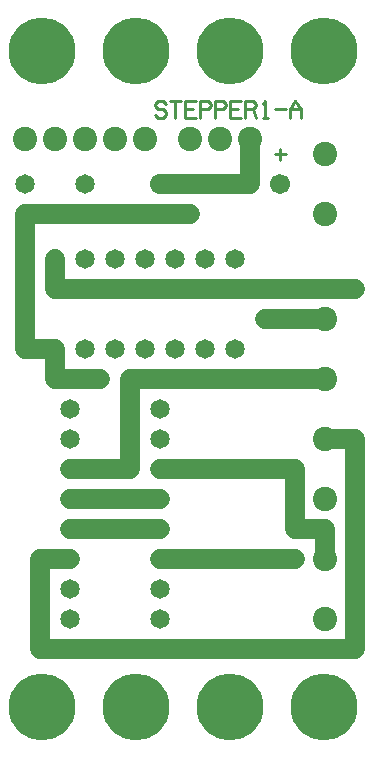
<source format=gtl>
%MOIN*%
%FSLAX25Y25*%
G04 D10 used for Character Trace; *
G04     Circle (OD=.01000) (No hole)*
G04 D11 used for Power Trace; *
G04     Circle (OD=.06700) (No hole)*
G04 D12 used for Signal Trace; *
G04     Circle (OD=.01100) (No hole)*
G04 D13 used for Via; *
G04     Circle (OD=.05800) (Round. Hole ID=.02800)*
G04 D14 used for Component hole; *
G04     Circle (OD=.06500) (Round. Hole ID=.03500)*
G04 D15 used for Component hole; *
G04     Circle (OD=.06700) (Round. Hole ID=.04300)*
G04 D16 used for Component hole; *
G04     Circle (OD=.08100) (Round. Hole ID=.05100)*
G04 D17 used for Component hole; *
G04     Circle (OD=.08900) (Round. Hole ID=.05900)*
G04 D18 used for Component hole; *
G04     Circle (OD=.11300) (Round. Hole ID=.08300)*
G04 D19 used for Component hole; *
G04     Circle (OD=.16000) (Round. Hole ID=.13000)*
G04 D20 used for Component hole; *
G04     Circle (OD=.18300) (Round. Hole ID=.15300)*
G04 D21 used for Component hole; *
G04     Circle (OD=.22291) (Round. Hole ID=.19291)*
%ADD10C,.01000*%
%ADD11C,.06700*%
%ADD12C,.01100*%
%ADD13C,.05800*%
%ADD14C,.06500*%
%ADD15C,.06700*%
%ADD16C,.08100*%
%ADD17C,.08900*%
%ADD18C,.11300*%
%ADD19C,.16000*%
%ADD20C,.18300*%
%ADD21C,.22291*%
%IPPOS*%
%LPD*%
G90*X0Y0D02*D21*X15625Y15625D03*D11*              
X15000Y35000D02*X120000D01*Y105000D01*X110000D01* 
D16*D03*D11*X100000Y75000D02*Y95000D01*Y75000D02* 
X110000D01*Y65000D01*D16*D03*D13*X100000D03*D11*  
X55000D01*D14*D03*Y75000D03*D11*X25000D01*D14*D03*
D11*X15000Y35000D02*Y65000D01*D14*X25000Y45000D03*
Y55000D03*D21*X46875Y15625D03*D14*X25000Y65000D03*
D11*X15000D01*D14*X25000Y85000D03*D11*X55000D01*  
D14*D03*D11*X25000Y95000D02*X45000D01*D14*        
X25000D03*Y105000D03*D11*X45000Y95000D02*         
Y125000D01*X110000D01*D16*D03*D13*                
X90000Y145000D03*D11*X110000D01*D16*D03*D13*      
X120000Y155000D03*D11*X20000D01*Y165000D01*D14*   
D03*X30000D03*D13*Y180000D03*D11*X10000D01*       
Y135000D01*X20000D01*D14*D03*D11*Y125000D01*      
X35000D01*D13*D03*D14*X25000Y115000D03*           
X40000Y135000D03*X30000D03*X50000D03*             
X55000Y105000D03*Y115000D03*X60000Y135000D03*     
X55000Y95000D03*D11*X100000D01*D16*               
X110000Y85000D03*D14*X80000Y135000D03*X70000D03*  
X55000Y55000D03*Y45000D03*D16*X110000D03*D14*     
X80000Y165000D03*X70000D03*X60000D03*X50000D03*   
X40000D03*D21*X78125Y15625D03*X109375D03*D16*     
X110000Y180000D03*D13*X65000D03*D11*X30000D01*D14*
Y190000D03*X10000D03*D16*X50000Y205000D03*        
X40000D03*X30000D03*D15*X55000Y190000D03*D11*     
X85000D01*Y205000D01*D16*D03*D10*X93326Y200000D02*
X96674D01*X95000Y201914D02*Y198086D01*D16*        
X75000Y205000D03*D15*X95000Y190000D03*D16*        
X65000Y205000D03*X110000Y200000D03*D21*           
X109375Y234375D03*D10*X56674Y216914D02*           
X55837Y217871D01*X54163D01*X53326Y216914D01*      
Y215957D01*X54163Y215000D01*X55837D01*            
X56674Y214043D01*Y213086D01*X55837Y212129D01*     
X54163D01*X53326Y213086D01*X60000Y212129D02*      
Y217871D01*X58326D02*X61674D01*X66674Y212129D02*  
X63326D01*Y217871D01*X66674D01*X63326Y215000D02*  
X65837D01*X68326Y212129D02*Y217871D01*X70837D01*  
X71674Y216914D01*Y215957D01*X70837Y215000D01*     
X68326D01*X73326Y212129D02*Y217871D01*X75837D01*  
X76674Y216914D01*Y215957D01*X75837Y215000D01*     
X73326D01*X81674Y212129D02*X78326D01*Y217871D01*  
X81674D01*X78326Y215000D02*X80837D01*             
X83326Y212129D02*Y217871D01*X85837D01*            
X86674Y216914D01*Y215957D01*X85837Y215000D01*     
X83326D01*X85837D02*X86674Y212129D01*             
X89163Y216914D02*X90000Y217871D01*Y212129D01*     
X89163D02*X90837D01*X93326Y215000D02*X96674D01*   
X98326Y212129D02*Y215000D01*X100000Y217871D01*    
X101674Y215000D01*Y212129D01*X98326Y215000D02*    
X101674D01*D21*X78125Y234375D03*X46875D03*D16*    
X20000Y205000D03*D21*X15625Y234375D03*D16*        
X10000Y205000D03*M02*                             

</source>
